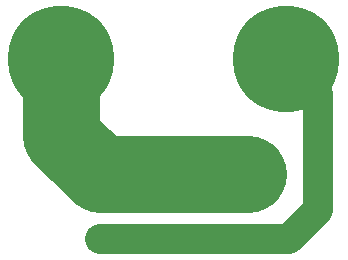
<source format=gtl>
G04 (created by PCBNEW (2013-jul-07)-stable) date Sat 02 Aug 2014 04:43:44 PM EDT*
%MOIN*%
G04 Gerber Fmt 3.4, Leading zero omitted, Abs format*
%FSLAX34Y34*%
G01*
G70*
G90*
G04 APERTURE LIST*
%ADD10C,0.00590551*%
%ADD11C,0.0984252*%
%ADD12C,0.354331*%
%ADD13C,0.0984252*%
%ADD14C,0.255906*%
G04 APERTURE END LIST*
G54D10*
G54D11*
X141730Y-95003D03*
X140076Y-95003D03*
X138423Y-95003D03*
X136769Y-95003D03*
X141730Y-92838D03*
X140076Y-92838D03*
X138423Y-92838D03*
X136769Y-92838D03*
G54D12*
X143000Y-89000D03*
X135500Y-89000D03*
G54D13*
X143000Y-89000D02*
X143000Y-89127D01*
X143088Y-95003D02*
X136769Y-95003D01*
X144053Y-94039D02*
X143088Y-95003D01*
X144053Y-90181D02*
X144053Y-94039D01*
X143000Y-89127D02*
X144053Y-90181D01*
G54D14*
X141730Y-92838D02*
X136769Y-92838D01*
X136769Y-92838D02*
X135500Y-91568D01*
X135500Y-91568D02*
X135500Y-89000D01*
M02*

</source>
